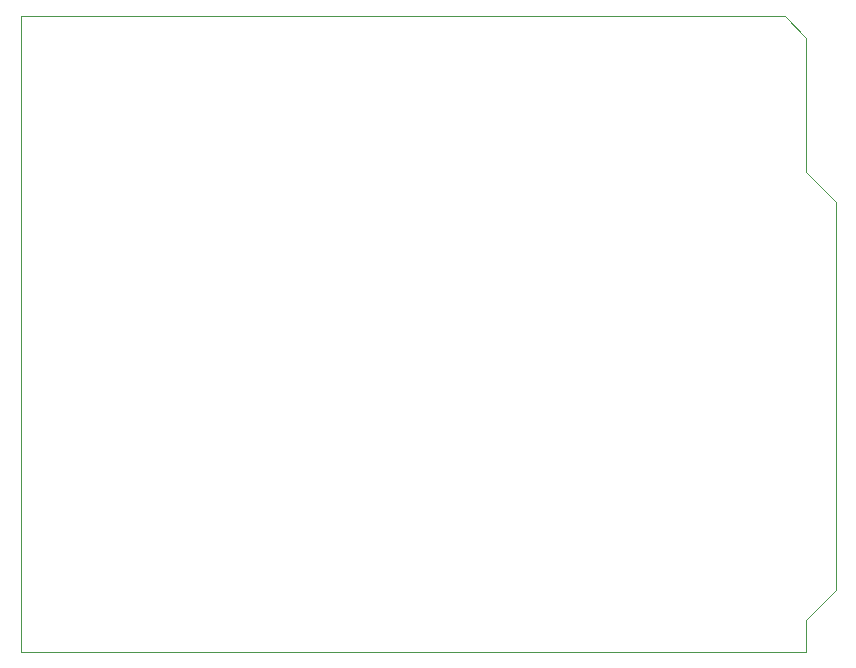
<source format=gbr>
%TF.GenerationSoftware,KiCad,Pcbnew,8.0.6*%
%TF.CreationDate,2024-12-10T20:38:09+01:00*%
%TF.ProjectId,TUSS4470_shield,54555353-3434-4373-905f-736869656c64,rev?*%
%TF.SameCoordinates,Original*%
%TF.FileFunction,Profile,NP*%
%FSLAX46Y46*%
G04 Gerber Fmt 4.6, Leading zero omitted, Abs format (unit mm)*
G04 Created by KiCad (PCBNEW 8.0.6) date 2024-12-10 20:38:09*
%MOMM*%
%LPD*%
G01*
G04 APERTURE LIST*
%TA.AperFunction,Profile*%
%ADD10C,0.050000*%
%TD*%
G04 APERTURE END LIST*
D10*
X130600000Y-88000000D02*
X64100000Y-88000000D01*
X130600000Y-36000000D02*
X130600000Y-47400000D01*
X64100000Y-88000000D02*
X64100000Y-84800000D01*
X133100000Y-82800000D02*
X130600000Y-85300000D01*
X64100000Y-34200000D02*
X128800000Y-34200000D01*
X130600000Y-85300000D02*
X130600000Y-88000000D01*
X133100000Y-49900000D02*
X133100000Y-82800000D01*
X128800000Y-34200000D02*
X130600000Y-36000000D01*
X64100000Y-84800000D02*
X64100000Y-34200000D01*
X130600000Y-47400000D02*
X133100000Y-49900000D01*
M02*

</source>
